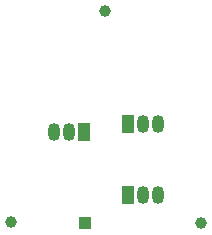
<source format=gbs>
%TF.GenerationSoftware,KiCad,Pcbnew,8.0.5*%
%TF.CreationDate,2025-01-09T17:24:21-08:00*%
%TF.ProjectId,hyperion,68797065-7269-46f6-9e2e-6b696361645f,rev?*%
%TF.SameCoordinates,Original*%
%TF.FileFunction,Soldermask,Bot*%
%TF.FilePolarity,Negative*%
%FSLAX46Y46*%
G04 Gerber Fmt 4.6, Leading zero omitted, Abs format (unit mm)*
G04 Created by KiCad (PCBNEW 8.0.5) date 2025-01-09 17:24:21*
%MOMM*%
%LPD*%
G01*
G04 APERTURE LIST*
%ADD10O,1.050000X1.500000*%
%ADD11R,1.050000X1.500000*%
%ADD12C,1.000000*%
%ADD13R,1.000000X1.000000*%
G04 APERTURE END LIST*
D10*
%TO.C,Q1*%
X132181600Y-117856000D03*
X133451600Y-117856000D03*
D11*
X134721600Y-117856000D03*
%TD*%
D12*
%TO.C,TP2*%
X136499600Y-107645200D03*
%TD*%
D13*
%TO.C,TP3*%
X134825200Y-125603200D03*
%TD*%
D12*
%TO.C,TP4*%
X144627600Y-125603200D03*
%TD*%
D11*
%TO.C,Q3*%
X138430000Y-117195600D03*
D10*
X139700000Y-117195600D03*
X140970000Y-117195600D03*
%TD*%
%TO.C,Q2*%
X140970000Y-123190000D03*
X139700000Y-123190000D03*
D11*
X138430000Y-123190000D03*
%TD*%
D12*
%TO.C,TP1*%
X128524000Y-125476000D03*
%TD*%
M02*

</source>
